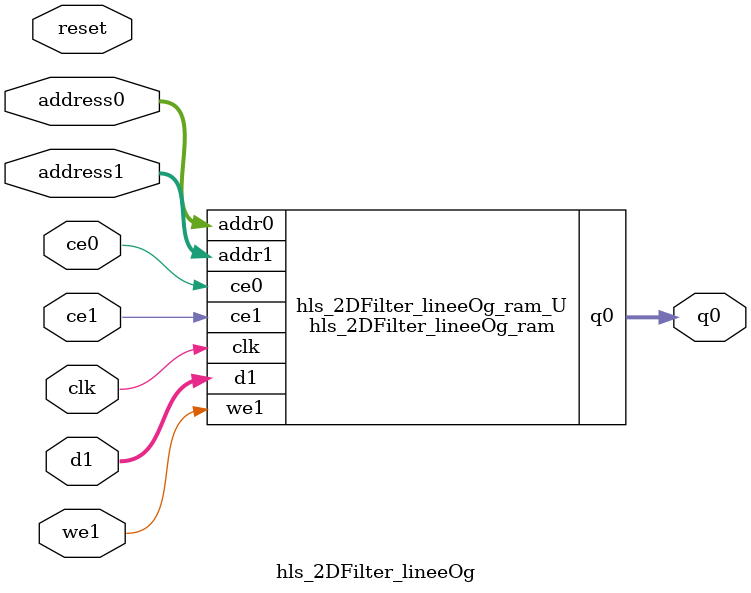
<source format=v>

`timescale 1 ns / 1 ps
module hls_2DFilter_lineeOg_ram (addr0, ce0, q0, addr1, ce1, d1, we1,  clk);

parameter DWIDTH = 8;
parameter AWIDTH = 11;
parameter MEM_SIZE = 1280;

input[AWIDTH-1:0] addr0;
input ce0;
output reg[DWIDTH-1:0] q0;
input[AWIDTH-1:0] addr1;
input ce1;
input[DWIDTH-1:0] d1;
input we1;
input clk;

(* ram_style = "block" *)reg [DWIDTH-1:0] ram[0:MEM_SIZE-1];




always @(posedge clk)  
begin 
    if (ce0) 
    begin
            q0 <= ram[addr0];
    end
end


always @(posedge clk)  
begin 
    if (ce1) 
    begin
        if (we1) 
        begin 
            ram[addr1] <= d1; 
        end 
    end
end


endmodule


`timescale 1 ns / 1 ps
module hls_2DFilter_lineeOg(
    reset,
    clk,
    address0,
    ce0,
    q0,
    address1,
    ce1,
    we1,
    d1);

parameter DataWidth = 32'd8;
parameter AddressRange = 32'd1280;
parameter AddressWidth = 32'd11;
input reset;
input clk;
input[AddressWidth - 1:0] address0;
input ce0;
output[DataWidth - 1:0] q0;
input[AddressWidth - 1:0] address1;
input ce1;
input we1;
input[DataWidth - 1:0] d1;



hls_2DFilter_lineeOg_ram hls_2DFilter_lineeOg_ram_U(
    .clk( clk ),
    .addr0( address0 ),
    .ce0( ce0 ),
    .q0( q0 ),
    .addr1( address1 ),
    .ce1( ce1 ),
    .we1( we1 ),
    .d1( d1 ));

endmodule


</source>
